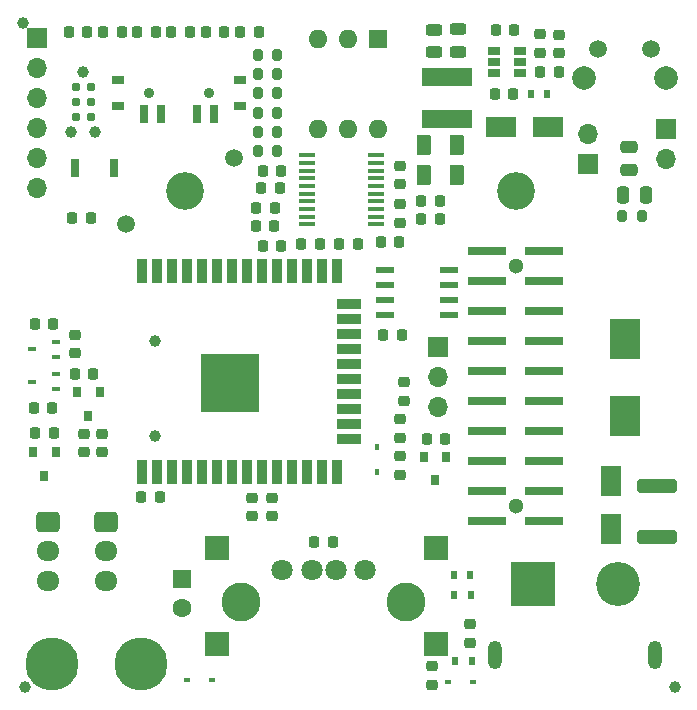
<source format=gbr>
%TF.GenerationSoftware,KiCad,Pcbnew,8.0.3*%
%TF.CreationDate,2024-09-27T14:44:26+02:00*%
%TF.ProjectId,KXKM_ESP32_battery_management_board,4b584b4d-5f45-4535-9033-325f62617474,3.2*%
%TF.SameCoordinates,PX623a7c0PY839b680*%
%TF.FileFunction,Soldermask,Top*%
%TF.FilePolarity,Negative*%
%FSLAX46Y46*%
G04 Gerber Fmt 4.6, Leading zero omitted, Abs format (unit mm)*
G04 Created by KiCad (PCBNEW 8.0.3) date 2024-09-27 14:44:26*
%MOMM*%
%LPD*%
G01*
G04 APERTURE LIST*
G04 Aperture macros list*
%AMRoundRect*
0 Rectangle with rounded corners*
0 $1 Rounding radius*
0 $2 $3 $4 $5 $6 $7 $8 $9 X,Y pos of 4 corners*
0 Add a 4 corners polygon primitive as box body*
4,1,4,$2,$3,$4,$5,$6,$7,$8,$9,$2,$3,0*
0 Add four circle primitives for the rounded corners*
1,1,$1+$1,$2,$3*
1,1,$1+$1,$4,$5*
1,1,$1+$1,$6,$7*
1,1,$1+$1,$8,$9*
0 Add four rect primitives between the rounded corners*
20,1,$1+$1,$2,$3,$4,$5,0*
20,1,$1+$1,$4,$5,$6,$7,0*
20,1,$1+$1,$6,$7,$8,$9,0*
20,1,$1+$1,$8,$9,$2,$3,0*%
G04 Aperture macros list end*
%ADD10C,1.300000*%
%ADD11R,3.200000X0.800000*%
%ADD12C,2.000000*%
%ADD13C,1.500000*%
%ADD14C,4.500880*%
%ADD15RoundRect,0.218750X-0.218750X-0.256250X0.218750X-0.256250X0.218750X0.256250X-0.218750X0.256250X0*%
%ADD16RoundRect,0.218750X-0.256250X0.218750X-0.256250X-0.218750X0.256250X-0.218750X0.256250X0.218750X0*%
%ADD17C,1.800000*%
%ADD18C,3.300000*%
%ADD19RoundRect,0.218750X0.218750X0.256250X-0.218750X0.256250X-0.218750X-0.256250X0.218750X-0.256250X0*%
%ADD20RoundRect,0.218750X0.256250X-0.218750X0.256250X0.218750X-0.256250X0.218750X-0.256250X-0.218750X0*%
%ADD21R,1.450000X0.450000*%
%ADD22C,3.200000*%
%ADD23R,1.700000X1.700000*%
%ADD24O,1.700000X1.700000*%
%ADD25R,2.500000X3.500000*%
%ADD26R,1.000000X0.800000*%
%ADD27C,0.900000*%
%ADD28R,0.700000X1.500000*%
%ADD29RoundRect,0.249998X-1.450002X0.312502X-1.450002X-0.312502X1.450002X-0.312502X1.450002X0.312502X0*%
%ADD30R,2.500000X1.800000*%
%ADD31R,0.600000X0.700000*%
%ADD32R,1.060000X0.650000*%
%ADD33RoundRect,0.243750X0.456250X-0.243750X0.456250X0.243750X-0.456250X0.243750X-0.456250X-0.243750X0*%
%ADD34R,1.800000X2.500000*%
%ADD35RoundRect,0.250000X0.375000X0.625000X-0.375000X0.625000X-0.375000X-0.625000X0.375000X-0.625000X0*%
%ADD36R,0.450000X0.600000*%
%ADD37R,1.550000X0.600000*%
%ADD38C,1.000000*%
%ADD39R,0.800000X0.900000*%
%ADD40R,2.000000X2.000000*%
%ADD41C,0.990600*%
%ADD42C,0.787400*%
%ADD43RoundRect,0.250000X-0.725000X0.600000X-0.725000X-0.600000X0.725000X-0.600000X0.725000X0.600000X0*%
%ADD44O,1.950000X1.700000*%
%ADD45R,0.900000X2.000000*%
%ADD46R,2.000000X0.900000*%
%ADD47R,5.000000X5.000000*%
%ADD48R,4.200000X1.500000*%
%ADD49R,0.700000X0.450000*%
%ADD50RoundRect,0.250000X0.250000X0.475000X-0.250000X0.475000X-0.250000X-0.475000X0.250000X-0.475000X0*%
%ADD51R,0.600000X0.450000*%
%ADD52RoundRect,0.200000X0.200000X0.275000X-0.200000X0.275000X-0.200000X-0.275000X0.200000X-0.275000X0*%
%ADD53RoundRect,0.200000X-0.200000X-0.275000X0.200000X-0.275000X0.200000X0.275000X-0.200000X0.275000X0*%
%ADD54R,1.600000X1.600000*%
%ADD55O,1.600000X1.600000*%
%ADD56R,3.716000X3.716000*%
%ADD57C,3.716000*%
%ADD58O,1.200000X2.400000*%
%ADD59C,1.600000*%
%ADD60RoundRect,0.250000X-0.475000X0.250000X-0.475000X-0.250000X0.475000X-0.250000X0.475000X0.250000X0*%
%ADD61R,0.800000X1.520000*%
G04 APERTURE END LIST*
D10*
%TO.C,J3*%
X42250000Y36410000D03*
X42250000Y16090000D03*
D11*
X44650000Y14820000D03*
X39850000Y14820000D03*
X44650000Y17360000D03*
X39850000Y17360000D03*
X44650000Y19900000D03*
X39850000Y19900000D03*
X44650000Y22440000D03*
X39850000Y22440000D03*
X44650000Y24980000D03*
X39850000Y24980000D03*
X44650000Y27520000D03*
X39850000Y27520000D03*
X44650000Y30060000D03*
X39850000Y30060000D03*
X44650000Y32600000D03*
X39850000Y32600000D03*
X44650000Y35140000D03*
X39850000Y35140000D03*
X44650000Y37680000D03*
X39850000Y37680000D03*
%TD*%
D12*
%TO.C,SW3*%
X48000000Y52312500D03*
X55000000Y52312500D03*
D13*
X53750000Y54812500D03*
X49250000Y54812500D03*
%TD*%
D14*
%TO.C,J16*%
X3000000Y2750000D03*
%TD*%
%TO.C,J15*%
X10500000Y2750000D03*
%TD*%
D15*
%TO.C,C26*%
X40562500Y56400000D03*
X42137500Y56400000D03*
%TD*%
%TO.C,R10*%
X44337500Y52875000D03*
X45912500Y52875000D03*
%TD*%
D16*
%TO.C,R9*%
X44325000Y56012500D03*
X44325000Y54437500D03*
%TD*%
D17*
%TO.C,J9*%
X22500000Y10710000D03*
X25000000Y10710000D03*
X27000000Y10710000D03*
X29500000Y10710000D03*
D18*
X19000000Y8000000D03*
X33000000Y8000000D03*
%TD*%
D16*
%TO.C,C8*%
X45925000Y55987500D03*
X45925000Y54412500D03*
%TD*%
D19*
%TO.C,R24*%
X25677500Y38300000D03*
X24102500Y38300000D03*
%TD*%
D15*
%TO.C,R25*%
X27322500Y38290000D03*
X28897500Y38290000D03*
%TD*%
D13*
%TO.C,J11*%
X9300000Y40000000D03*
%TD*%
D20*
%TO.C,R12*%
X32458200Y18746900D03*
X32458200Y20321900D03*
%TD*%
%TO.C,R7*%
X32780000Y25002500D03*
X32780000Y26577500D03*
%TD*%
D21*
%TO.C,U7*%
X24550000Y45775000D03*
X24550000Y45125000D03*
X24550000Y44475000D03*
X24550000Y43825000D03*
X24550000Y43175000D03*
X24550000Y42525000D03*
X24550000Y41875000D03*
X24550000Y41225000D03*
X24550000Y40575000D03*
X24550000Y39925000D03*
X30450000Y39925000D03*
X30450000Y40575000D03*
X30450000Y41225000D03*
X30450000Y41875000D03*
X30450000Y42525000D03*
X30450000Y43175000D03*
X30450000Y43825000D03*
X30450000Y44475000D03*
X30450000Y45125000D03*
X30450000Y45775000D03*
%TD*%
D22*
%TO.C,MK2*%
X42250000Y42750000D03*
%TD*%
%TO.C,MK1*%
X14250000Y42750000D03*
%TD*%
D19*
%TO.C,D7*%
X11787500Y56250000D03*
X10212500Y56250000D03*
%TD*%
%TO.C,D6*%
X8887500Y56250000D03*
X7312500Y56250000D03*
%TD*%
%TO.C,D5*%
X5987500Y56250000D03*
X4412500Y56250000D03*
%TD*%
%TO.C,D9*%
X17587500Y56250000D03*
X16012500Y56250000D03*
%TD*%
%TO.C,D8*%
X14687500Y56250000D03*
X13112500Y56250000D03*
%TD*%
%TO.C,D10*%
X20487500Y56250000D03*
X18912500Y56250000D03*
%TD*%
D23*
%TO.C,J1*%
X1750000Y55750000D03*
D24*
X1750000Y53210000D03*
X1750000Y50670000D03*
X1750000Y48130000D03*
X1750000Y45590000D03*
X1750000Y43050000D03*
%TD*%
D19*
%TO.C,C24*%
X22298300Y43004000D03*
X20723300Y43004000D03*
%TD*%
D20*
%TO.C,C23*%
X32500000Y43312500D03*
X32500000Y44887500D03*
%TD*%
D19*
%TO.C,C22*%
X21862500Y41310000D03*
X20287500Y41310000D03*
%TD*%
D15*
%TO.C,C3*%
X31062500Y30600000D03*
X32637500Y30600000D03*
%TD*%
D25*
%TO.C,C6*%
X51533600Y23752000D03*
X51533600Y30252000D03*
%TD*%
D26*
%TO.C,SW4*%
X18900000Y49970000D03*
X18900000Y52180000D03*
D27*
X16250000Y51080000D03*
X11250000Y51080000D03*
D26*
X8600000Y49970000D03*
X8600000Y52180000D03*
D28*
X16750000Y49320000D03*
X15250000Y49320000D03*
X12250000Y49320000D03*
X10750000Y49320000D03*
%TD*%
D29*
%TO.C,F1*%
X54226000Y17760300D03*
X54226000Y13485300D03*
%TD*%
D15*
%TO.C,R11*%
X30812500Y38400000D03*
X32387500Y38400000D03*
%TD*%
%TO.C,C1*%
X1452500Y24370000D03*
X3027500Y24370000D03*
%TD*%
%TO.C,R16*%
X34236100Y41886400D03*
X35811100Y41886400D03*
%TD*%
D19*
%TO.C,R15*%
X35811100Y40362400D03*
X34236100Y40362400D03*
%TD*%
D30*
%TO.C,D3*%
X41000000Y48175000D03*
X45000000Y48175000D03*
%TD*%
D31*
%TO.C,D12*%
X43525000Y50975000D03*
X44925000Y50975000D03*
%TD*%
D32*
%TO.C,U3*%
X42650000Y52750000D03*
X42650000Y53700000D03*
X42650000Y54650000D03*
X40450000Y54650000D03*
X40450000Y53700000D03*
X40450000Y52750000D03*
%TD*%
D33*
%TO.C,C9*%
X37350000Y54562500D03*
X37350000Y56437500D03*
%TD*%
D16*
%TO.C,C21*%
X32500000Y41637500D03*
X32500000Y40062500D03*
%TD*%
D34*
%TO.C,D11*%
X50365200Y18181600D03*
X50365200Y14181600D03*
%TD*%
D35*
%TO.C,C4*%
X37250000Y44125000D03*
X34450000Y44125000D03*
%TD*%
%TO.C,C5*%
X37250000Y46625000D03*
X34450000Y46625000D03*
%TD*%
D36*
%TO.C,D13*%
X30500000Y18950000D03*
X30500000Y21050000D03*
%TD*%
D37*
%TO.C,U2*%
X36600000Y32295000D03*
X36600000Y33565000D03*
X36600000Y34835000D03*
X36600000Y36105000D03*
X31200000Y36105000D03*
X31200000Y34835000D03*
X31200000Y33565000D03*
X31200000Y32295000D03*
%TD*%
D23*
%TO.C,J6*%
X35650000Y29550000D03*
D24*
X35650000Y27010000D03*
X35650000Y24470000D03*
%TD*%
D33*
%TO.C,C10*%
X35300000Y54537500D03*
X35300000Y56412500D03*
%TD*%
D15*
%TO.C,R21*%
X34712500Y21750000D03*
X36287500Y21750000D03*
%TD*%
D19*
%TO.C,C7*%
X42037500Y51000000D03*
X40462500Y51000000D03*
%TD*%
D38*
%TO.C,FID2*%
X55750000Y750000D03*
%TD*%
%TO.C,FID3*%
X500000Y57000000D03*
%TD*%
%TO.C,FID1*%
X750000Y750000D03*
%TD*%
D15*
%TO.C,R17*%
X4924500Y27256000D03*
X6499500Y27256000D03*
%TD*%
%TO.C,R31*%
X25212500Y13000000D03*
X26787500Y13000000D03*
%TD*%
D39*
%TO.C,Q4*%
X7020000Y25716000D03*
X5120000Y25716000D03*
X6070000Y23716000D03*
%TD*%
D15*
%TO.C,R18*%
X1572500Y22280000D03*
X3147500Y22280000D03*
%TD*%
D39*
%TO.C,Q5*%
X3310000Y20650000D03*
X1410000Y20650000D03*
X2360000Y18650000D03*
%TD*%
D16*
%TO.C,R20*%
X5679600Y22201500D03*
X5679600Y20626500D03*
%TD*%
D40*
%TO.C,U5*%
X35500000Y4440000D03*
X35500000Y12560000D03*
X17000000Y4440000D03*
X17000000Y12560000D03*
%TD*%
D39*
%TO.C,Q6*%
X36380000Y20271000D03*
X34480000Y20271000D03*
X35430000Y18271000D03*
%TD*%
D16*
%TO.C,R19*%
X7236000Y22201500D03*
X7236000Y20626500D03*
%TD*%
D20*
%TO.C,R22*%
X32458200Y21871100D03*
X32458200Y23446100D03*
%TD*%
D19*
%TO.C,R2*%
X6287500Y40500000D03*
X4712500Y40500000D03*
%TD*%
D15*
%TO.C,R27*%
X20832500Y38140000D03*
X22407500Y38140000D03*
%TD*%
D41*
%TO.C,P1*%
X5640000Y52840000D03*
X6656000Y47760000D03*
X4624000Y47760000D03*
D42*
X5005000Y51570000D03*
X6275000Y51570000D03*
X5005000Y50300000D03*
X6275000Y50300000D03*
X5005000Y49030000D03*
X6275000Y49030000D03*
%TD*%
D43*
%TO.C,J8*%
X7536000Y14770000D03*
D44*
X7536000Y12270000D03*
X7536000Y9770000D03*
%TD*%
D43*
%TO.C,J7*%
X2664000Y14770000D03*
D44*
X2664000Y12270000D03*
X2664000Y9770000D03*
%TD*%
D19*
%TO.C,C2*%
X12113000Y16842000D03*
X10538000Y16842000D03*
%TD*%
D16*
%TO.C,R3*%
X19950000Y16787500D03*
X19950000Y15212500D03*
%TD*%
%TO.C,R4*%
X21600000Y16787500D03*
X21600000Y15212500D03*
%TD*%
D45*
%TO.C,U1*%
X10595000Y19000000D03*
X11865000Y19000000D03*
X13135000Y19000000D03*
X14405000Y19000000D03*
X15675000Y19000000D03*
X16945000Y19000000D03*
X18215000Y19000000D03*
X19485000Y19000000D03*
X20755000Y19000000D03*
X22025000Y19000000D03*
X23295000Y19000000D03*
X24565000Y19000000D03*
X25835000Y19000000D03*
X27105000Y19000000D03*
D46*
X28105000Y21785000D03*
X28105000Y23055000D03*
X28105000Y24325000D03*
X28105000Y25595000D03*
X28105000Y26865000D03*
X28105000Y28135000D03*
X28105000Y29405000D03*
X28105000Y30675000D03*
X28105000Y31945000D03*
X28105000Y33215000D03*
D45*
X27105000Y36000000D03*
X25835000Y36000000D03*
X24565000Y36000000D03*
X23295000Y36000000D03*
X22025000Y36000000D03*
X20755000Y36000000D03*
X19485000Y36000000D03*
X18215000Y36000000D03*
X16945000Y36000000D03*
X15675000Y36000000D03*
X14405000Y36000000D03*
X13135000Y36000000D03*
X11865000Y36000000D03*
X10595000Y36000000D03*
D47*
X18095000Y26500000D03*
%TD*%
D48*
%TO.C,L1*%
X36400000Y48825000D03*
X36400000Y52425000D03*
%TD*%
D13*
%TO.C,J2*%
X18412000Y45544000D03*
%TD*%
D49*
%TO.C,Q1*%
X3320000Y28710000D03*
X3320000Y30010000D03*
X1320000Y29360000D03*
%TD*%
%TO.C,Q2*%
X3320000Y25960000D03*
X3320000Y27260000D03*
X1320000Y26610000D03*
%TD*%
D15*
%TO.C,R6*%
X1532500Y31540000D03*
X3107500Y31540000D03*
%TD*%
D16*
%TO.C,R5*%
X4950000Y30583500D03*
X4950000Y29008500D03*
%TD*%
D50*
%TO.C,C11*%
X53271000Y42445200D03*
X51371000Y42445200D03*
%TD*%
D51*
%TO.C,D14*%
X36513600Y1170200D03*
X38613600Y1170200D03*
%TD*%
D23*
%TO.C,J5*%
X55013400Y48012800D03*
D24*
X55013400Y45472800D03*
%TD*%
D15*
%TO.C,R26*%
X20237500Y39775000D03*
X21812500Y39775000D03*
%TD*%
D52*
%TO.C,R33*%
X22065000Y47746000D03*
X20415000Y47746000D03*
%TD*%
D53*
%TO.C,R34*%
X20415000Y46110000D03*
X22065000Y46110000D03*
%TD*%
%TO.C,R35*%
X20415000Y49382000D03*
X22065000Y49382000D03*
%TD*%
%TO.C,R36*%
X20415000Y54290000D03*
X22065000Y54290000D03*
%TD*%
D52*
%TO.C,R37*%
X22065000Y52654000D03*
X20415000Y52654000D03*
%TD*%
D53*
%TO.C,R38*%
X20415000Y51018000D03*
X22065000Y51018000D03*
%TD*%
D54*
%TO.C,SW2*%
X30560000Y55640000D03*
D55*
X28020000Y55640000D03*
X25480000Y55640000D03*
X25480000Y48020000D03*
X28020000Y48020000D03*
X30560000Y48020000D03*
%TD*%
D19*
%TO.C,R23*%
X22397500Y44470000D03*
X20822500Y44470000D03*
%TD*%
D16*
%TO.C,R8*%
X35176000Y2516500D03*
X35176000Y941500D03*
%TD*%
D31*
%TO.C,D15*%
X38543000Y2999000D03*
X37143000Y2999000D03*
%TD*%
D56*
%TO.C,J10*%
X43691800Y9504550D03*
D57*
X50891800Y9504550D03*
D58*
X40541800Y3504550D03*
X54041800Y3504550D03*
%TD*%
D31*
%TO.C,D1*%
X38416000Y10212600D03*
X37016000Y10212600D03*
%TD*%
D53*
%TO.C,R28*%
X51292800Y40616400D03*
X52942800Y40616400D03*
%TD*%
D54*
%TO.C,C13*%
X13992400Y9919112D03*
D59*
X13992400Y7419112D03*
%TD*%
D60*
%TO.C,C12*%
X51863800Y46468600D03*
X51863800Y44568600D03*
%TD*%
D23*
%TO.C,J12*%
X48384000Y45031000D03*
D24*
X48384000Y47571000D03*
%TD*%
D31*
%TO.C,D4*%
X38441400Y8561600D03*
X37041400Y8561600D03*
%TD*%
D16*
%TO.C,R1*%
X38351000Y6072500D03*
X38351000Y4497500D03*
%TD*%
D51*
%TO.C,D2*%
X16566400Y1348000D03*
X14466400Y1348000D03*
%TD*%
D38*
%TO.C,J4*%
X11697000Y22052000D03*
X11697000Y30052000D03*
%TD*%
D61*
%TO.C,SW1*%
X4930000Y44730000D03*
X8230000Y44730000D03*
%TD*%
M02*

</source>
